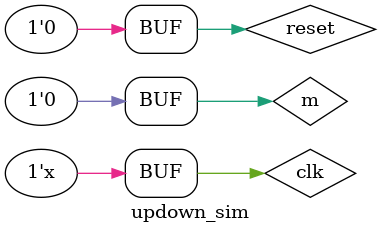
<source format=v>
`timescale 1ns / 1ps


module updown_sim();
reg clk,reset,m;
wire [3:0] count;
sync_updown_beh uut(.clk(clk),.reset(reset),.m(m),.count(count));
initial clk=0;
always #5 clk=~clk;
initial begin
reset =0;
m=1;
#300
reset=1;
#100
reset=0;
m=0;
#300;
end
endmodule

</source>
